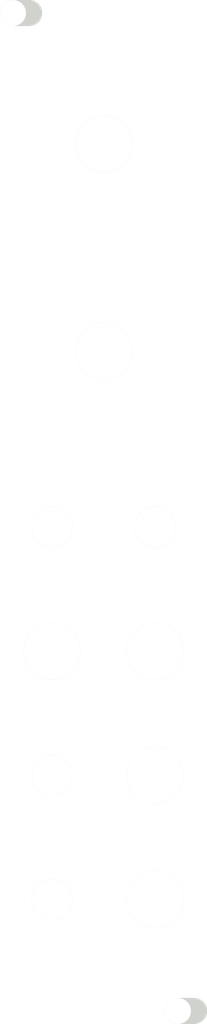
<source format=kicad_pcb>
(kicad_pcb (version 4) (generator "gerbview") (generator_version "8.0")

  (layers 
    (0 F.Cu signal)
    (31 B.Cu signal)
    (32 B.Adhes user)
    (33 F.Adhes user)
    (34 B.Paste user)
    (35 F.Paste user)
    (36 B.SilkS user)
    (37 F.SilkS user)
    (38 B.Mask user)
    (39 F.Mask user)
    (40 Dwgs.User user)
    (41 Cmts.User user)
    (42 Eco1.User user)
    (43 Eco2.User user)
    (44 Edge.Cuts user)
  )

(gr_circle (center 212.09 91.44) (end 214.59063 91.44)(layer Edge.Cuts) (width 0) (fill solid) )
(gr_circle (center 212.09 121.92) (end 214.59063 121.92)(layer Edge.Cuts) (width 0) (fill solid) )
(gr_circle (center 212.09 137.16) (end 214.59063 137.16)(layer Edge.Cuts) (width 0) (fill solid) )
(gr_circle (center 224.79 91.44) (end 227.29063 91.44)(layer Edge.Cuts) (width 0) (fill solid) )
(gr_circle (center 212.09 106.68) (end 215.59012 106.68)(layer Edge.Cuts) (width 0) (fill solid) )
(gr_circle (center 218.44 44.45) (end 221.94012 44.45)(layer Edge.Cuts) (width 0) (fill solid) )
(gr_circle (center 218.44 69.85) (end 221.94012 69.85)(layer Edge.Cuts) (width 0) (fill solid) )
(gr_circle (center 224.79 106.68) (end 228.29012 106.68)(layer Edge.Cuts) (width 0) (fill solid) )
(gr_circle (center 224.79 121.92) (end 228.29012 121.92)(layer Edge.Cuts) (width 0) (fill solid) )
(gr_circle (center 224.79 137.16) (end 228.29012 137.16)(layer Edge.Cuts) (width 0) (fill solid) )
(gr_line (start 207.27924 28.3464) (end 209.28076 28.3464) (layer Edge.Cuts) (width 3.2004))
(gr_line (start 227.59924 150.8506) (end 229.60076 150.8506) (layer Edge.Cuts) (width 3.2004))
 (via (at 212.09 91.44) (size 5.00127) (drill 5.00126) (layers F.Cu B.Cu))
 (via (at 212.09 121.92) (size 5.00127) (drill 5.00126) (layers F.Cu B.Cu))
 (via (at 212.09 137.16) (size 5.00127) (drill 5.00126) (layers F.Cu B.Cu))
 (via (at 224.79 91.44) (size 5.00127) (drill 5.00126) (layers F.Cu B.Cu))
 (via (at 212.09 106.68) (size 7.00025) (drill 7.00024) (layers F.Cu B.Cu))
 (via (at 218.44 44.45) (size 7.00025) (drill 7.00024) (layers F.Cu B.Cu))
 (via (at 218.44 69.85) (size 7.00025) (drill 7.00024) (layers F.Cu B.Cu))
 (via (at 224.79 106.68) (size 7.00025) (drill 7.00024) (layers F.Cu B.Cu))
 (via (at 224.79 121.92) (size 7.00025) (drill 7.00024) (layers F.Cu B.Cu))
 (via (at 224.79 137.16) (size 7.00025) (drill 7.00024) (layers F.Cu B.Cu))
 (via (at 207.27924 28.3464) (size 3.20041) (drill 3.2004) (layers F.Cu B.Cu))
 (via (at 227.59924 150.8506) (size 3.20041) (drill 3.2004) (layers F.Cu B.Cu))
)

</source>
